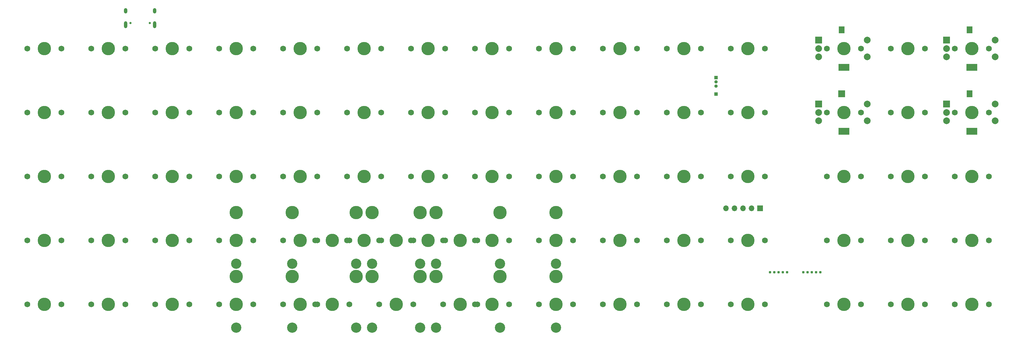
<source format=gbr>
%TF.GenerationSoftware,KiCad,Pcbnew,7.0.9*%
%TF.CreationDate,2024-01-06T12:55:01+01:00*%
%TF.ProjectId,rp2040,72703230-3430-42e6-9b69-6361645f7063,Rev1.0*%
%TF.SameCoordinates,Original*%
%TF.FileFunction,Soldermask,Top*%
%TF.FilePolarity,Negative*%
%FSLAX46Y46*%
G04 Gerber Fmt 4.6, Leading zero omitted, Abs format (unit mm)*
G04 Created by KiCad (PCBNEW 7.0.9) date 2024-01-06 12:55:01*
%MOMM*%
%LPD*%
G01*
G04 APERTURE LIST*
%ADD10C,1.750000*%
%ADD11C,3.987800*%
%ADD12C,3.048000*%
%ADD13C,2.000000*%
%ADD14R,2.000000X2.000000*%
%ADD15R,3.200000X2.000000*%
%ADD16R,1.800000X2.000000*%
%ADD17R,1.000000X1.000000*%
%ADD18O,1.000000X1.000000*%
%ADD19C,0.787400*%
%ADD20O,1.700000X1.700000*%
%ADD21R,1.700000X1.700000*%
%ADD22O,1.000000X2.100000*%
%ADD23O,1.000000X1.600000*%
%ADD24C,0.650000*%
G04 APERTURE END LIST*
D10*
%TO.C,SW_5*%
X106660000Y-54825000D03*
D11*
X101580000Y-54825000D03*
D10*
X96500000Y-54825000D03*
%TD*%
%TO.C,SW16*%
X87610000Y-111975000D03*
D11*
X82530000Y-111975000D03*
D10*
X77450000Y-111975000D03*
%TD*%
%TO.C,SW19*%
X106660000Y-92925000D03*
D11*
X101580000Y-92925000D03*
D10*
X96500000Y-92925000D03*
%TD*%
D12*
%TO.C,REF\u002A\u002A*%
X177780000Y-138010000D03*
D11*
X177780000Y-122770000D03*
D12*
X82530000Y-138010000D03*
D11*
X82530000Y-122770000D03*
%TD*%
D10*
%TO.C,SW_2*%
X49510000Y-54825000D03*
D11*
X44430000Y-54825000D03*
D10*
X39350000Y-54825000D03*
%TD*%
%TO.C,SW_15*%
X306685000Y-54825000D03*
D11*
X301605000Y-54825000D03*
D10*
X296525000Y-54825000D03*
%TD*%
%TO.C,SW55*%
X287635000Y-92925000D03*
D11*
X282555000Y-92925000D03*
D10*
X277475000Y-92925000D03*
%TD*%
%TO.C,SW17*%
X87610000Y-131025000D03*
D11*
X82530000Y-131025000D03*
D10*
X77450000Y-131025000D03*
%TD*%
%TO.C,SW59*%
X306685000Y-92925000D03*
D11*
X301605000Y-92925000D03*
D10*
X296525000Y-92925000D03*
%TD*%
D13*
%TO.C,SWrot_1_1*%
X308605000Y-71375000D03*
X308605000Y-76375000D03*
X294105000Y-73875000D03*
X294105000Y-76375000D03*
D14*
X294105000Y-71375000D03*
D15*
X301605000Y-79475000D03*
D16*
X301005000Y-68275000D03*
%TD*%
D10*
%TO.C,SW_1*%
X30460000Y-54825000D03*
D11*
X25380000Y-54825000D03*
D10*
X20300000Y-54825000D03*
%TD*%
%TO.C,SW8*%
X49510000Y-131025000D03*
D11*
X44430000Y-131025000D03*
D10*
X39350000Y-131025000D03*
%TD*%
%TO.C,SW_4*%
X87610000Y-54825000D03*
D11*
X82530000Y-54825000D03*
D10*
X77450000Y-54825000D03*
%TD*%
%TO.C,SW52*%
X268585000Y-111975000D03*
D11*
X263505000Y-111975000D03*
D10*
X258425000Y-111975000D03*
%TD*%
%TO.C,SW_10*%
X201910000Y-54825000D03*
D11*
X196830000Y-54825000D03*
D10*
X191750000Y-54825000D03*
%TD*%
D12*
%TO.C,REF\u002A\u002A*%
X123011250Y-118960000D03*
D11*
X123011250Y-103720000D03*
D12*
X99198750Y-118960000D03*
D11*
X99198750Y-103720000D03*
%TD*%
D17*
%TO.C,J4*%
X225420000Y-68360000D03*
%TD*%
D12*
%TO.C,REF\u002A\u002A*%
X161111250Y-138010000D03*
D11*
X161111250Y-122770000D03*
D12*
X137298750Y-138010000D03*
D11*
X137298750Y-122770000D03*
%TD*%
D10*
%TO.C,SW54*%
X287635000Y-73875000D03*
D11*
X282555000Y-73875000D03*
D10*
X277475000Y-73875000D03*
%TD*%
%TO.C,SW27*%
X144760000Y-92925000D03*
D11*
X139680000Y-92925000D03*
D10*
X134600000Y-92925000D03*
%TD*%
%TO.C,SW18*%
X106660000Y-73875000D03*
D11*
X101580000Y-73875000D03*
D10*
X96500000Y-73875000D03*
%TD*%
%TO.C,SW61*%
X306685000Y-131025000D03*
D11*
X301605000Y-131025000D03*
D10*
X296525000Y-131025000D03*
%TD*%
%TO.C,SW29*%
X135235000Y-131025000D03*
D11*
X130155000Y-131025000D03*
D10*
X125075000Y-131025000D03*
%TD*%
%TO.C,SW53*%
X268585000Y-131025000D03*
D11*
X263505000Y-131025000D03*
D10*
X258425000Y-131025000D03*
%TD*%
%TO.C,SW49*%
X240010000Y-131025000D03*
D11*
X234930000Y-131025000D03*
D10*
X229850000Y-131025000D03*
%TD*%
%TO.C,SW43*%
X220960000Y-92925000D03*
D11*
X215880000Y-92925000D03*
D10*
X210800000Y-92925000D03*
%TD*%
%TO.C,SW40*%
X201910000Y-111975000D03*
D11*
X196830000Y-111975000D03*
D10*
X191750000Y-111975000D03*
%TD*%
%TO.C,SW26*%
X144760000Y-73875000D03*
D11*
X139680000Y-73875000D03*
D10*
X134600000Y-73875000D03*
%TD*%
%TO.C,SW29_3*%
X144125000Y-111975000D03*
D11*
X149205000Y-111975000D03*
D10*
X154285000Y-111975000D03*
%TD*%
%TO.C,SW_8*%
X163810000Y-54825000D03*
D11*
X158730000Y-54825000D03*
D10*
X153650000Y-54825000D03*
%TD*%
%TO.C,SW56*%
X287635000Y-111975000D03*
D11*
X282555000Y-111975000D03*
D10*
X277475000Y-111975000D03*
%TD*%
%TO.C,SW14*%
X87610000Y-73875000D03*
D11*
X82530000Y-73875000D03*
D10*
X77450000Y-73875000D03*
%TD*%
%TO.C,SW33*%
X163810000Y-131025000D03*
D11*
X158730000Y-131025000D03*
D10*
X153650000Y-131025000D03*
%TD*%
%TO.C,SW_6*%
X125710000Y-54825000D03*
D11*
X120630000Y-54825000D03*
D10*
X115550000Y-54825000D03*
%TD*%
%TO.C,SW60*%
X306685000Y-111975000D03*
D11*
X301605000Y-111975000D03*
D10*
X296525000Y-111975000D03*
%TD*%
%TO.C,SW34*%
X182860000Y-73875000D03*
D11*
X177780000Y-73875000D03*
D10*
X172700000Y-73875000D03*
%TD*%
%TO.C,SW29_2*%
X135235000Y-111975000D03*
D11*
X130155000Y-111975000D03*
D10*
X125075000Y-111975000D03*
%TD*%
%TO.C,SW_9*%
X182860000Y-54825000D03*
D11*
X177780000Y-54825000D03*
D10*
X172700000Y-54825000D03*
%TD*%
%TO.C,SW47*%
X240010000Y-92925000D03*
D11*
X234930000Y-92925000D03*
D10*
X229850000Y-92925000D03*
%TD*%
%TO.C,SW51*%
X268585000Y-92925000D03*
D11*
X263505000Y-92925000D03*
D10*
X258425000Y-92925000D03*
%TD*%
%TO.C,SW29_1*%
X144125000Y-131025000D03*
D11*
X149205000Y-131025000D03*
D10*
X154285000Y-131025000D03*
%TD*%
%TO.C,SW1*%
X30460000Y-73875000D03*
D11*
X25380000Y-73875000D03*
D10*
X20300000Y-73875000D03*
%TD*%
%TO.C,SW22*%
X125710000Y-73875000D03*
D11*
X120630000Y-73875000D03*
D10*
X115550000Y-73875000D03*
%TD*%
%TO.C,SW36*%
X182860000Y-111975000D03*
D11*
X177780000Y-111975000D03*
D10*
X172700000Y-111975000D03*
%TD*%
%TO.C,SW7*%
X49510000Y-111975000D03*
D11*
X44430000Y-111975000D03*
D10*
X39350000Y-111975000D03*
%TD*%
%TO.C,SW_13*%
X268585000Y-54825000D03*
D11*
X263505000Y-54825000D03*
D10*
X258425000Y-54825000D03*
%TD*%
%TO.C,SW45*%
X220960000Y-131025000D03*
D11*
X215880000Y-131025000D03*
D10*
X210800000Y-131025000D03*
%TD*%
%TO.C,SW23*%
X125710000Y-92925000D03*
D11*
X120630000Y-92925000D03*
D10*
X115550000Y-92925000D03*
%TD*%
D12*
%TO.C,REF\u002A\u002A*%
X142061250Y-118960000D03*
D11*
X142061250Y-103720000D03*
D12*
X118248750Y-118960000D03*
D11*
X118248750Y-103720000D03*
%TD*%
D10*
%TO.C,SW35*%
X182860000Y-92925000D03*
D11*
X177780000Y-92925000D03*
D10*
X172700000Y-92925000D03*
%TD*%
%TO.C,SW24*%
X125710000Y-111975000D03*
D11*
X120630000Y-111975000D03*
D10*
X115550000Y-111975000D03*
%TD*%
%TO.C,SW46*%
X240010000Y-73875000D03*
D11*
X234930000Y-73875000D03*
D10*
X229850000Y-73875000D03*
%TD*%
%TO.C,SW30*%
X163810000Y-73875000D03*
D11*
X158730000Y-73875000D03*
D10*
X153650000Y-73875000D03*
%TD*%
%TO.C,SW6*%
X49510000Y-92925000D03*
D11*
X44430000Y-92925000D03*
D10*
X39350000Y-92925000D03*
%TD*%
%TO.C,SW12*%
X68560000Y-131025000D03*
D11*
X63480000Y-131025000D03*
D10*
X58400000Y-131025000D03*
%TD*%
%TO.C,SW_12*%
X240010000Y-54825000D03*
D11*
X234930000Y-54825000D03*
D10*
X229850000Y-54825000D03*
%TD*%
%TO.C,SW9*%
X68560000Y-73875000D03*
D11*
X63480000Y-73875000D03*
D10*
X58400000Y-73875000D03*
%TD*%
%TO.C,SW31*%
X163810000Y-92925000D03*
D11*
X158730000Y-92925000D03*
D10*
X153650000Y-92925000D03*
%TD*%
%TO.C,SW_7*%
X144760000Y-54825000D03*
D11*
X139680000Y-54825000D03*
D10*
X134600000Y-54825000D03*
%TD*%
D18*
%TO.C,J2*%
X225410000Y-66040000D03*
X225410000Y-64770000D03*
D17*
X225410000Y-63500000D03*
%TD*%
D12*
%TO.C,REF\u002A\u002A*%
X161111250Y-118960000D03*
D11*
X161111250Y-103720000D03*
D12*
X137298750Y-118960000D03*
D11*
X137298750Y-103720000D03*
%TD*%
D10*
%TO.C,SW15*%
X87610000Y-92925000D03*
D11*
X82530000Y-92925000D03*
D10*
X77450000Y-92925000D03*
%TD*%
%TO.C,SW25*%
X106025000Y-131025000D03*
D11*
X111105000Y-131025000D03*
D10*
X116185000Y-131025000D03*
%TD*%
%TO.C,SW4*%
X30460000Y-131025000D03*
D11*
X25380000Y-131025000D03*
D10*
X20300000Y-131025000D03*
%TD*%
D12*
%TO.C,REF\u002A\u002A*%
X177780000Y-118960000D03*
D11*
X177780000Y-103720000D03*
D12*
X82530000Y-118960000D03*
D11*
X82530000Y-103720000D03*
%TD*%
D10*
%TO.C,SW28*%
X144760000Y-111975000D03*
D11*
X139680000Y-111975000D03*
D10*
X134600000Y-111975000D03*
%TD*%
%TO.C,SW5*%
X49510000Y-73875000D03*
D11*
X44430000Y-73875000D03*
D10*
X39350000Y-73875000D03*
%TD*%
%TO.C,SW37*%
X182860000Y-131025000D03*
D11*
X177780000Y-131025000D03*
D10*
X172700000Y-131025000D03*
%TD*%
%TO.C,SW42*%
X220960000Y-73875000D03*
D11*
X215880000Y-73875000D03*
D10*
X210800000Y-73875000D03*
%TD*%
%TO.C,SW11*%
X68560000Y-111975000D03*
D11*
X63480000Y-111975000D03*
D10*
X58400000Y-111975000D03*
%TD*%
%TO.C,SW58*%
X306685000Y-73875000D03*
D11*
X301605000Y-73875000D03*
D10*
X296525000Y-73875000D03*
%TD*%
%TO.C,SW3*%
X30460000Y-111975000D03*
D11*
X25380000Y-111975000D03*
D10*
X20300000Y-111975000D03*
%TD*%
%TO.C,SW39*%
X201910000Y-92925000D03*
D11*
X196830000Y-92925000D03*
D10*
X191750000Y-92925000D03*
%TD*%
D19*
%TO.C,REF\u002A\u002A*%
X251400000Y-121476000D03*
X252670000Y-121476000D03*
X253940000Y-121476000D03*
X255210000Y-121476000D03*
X256480000Y-121476000D03*
%TD*%
D10*
%TO.C,SW_3*%
X68560000Y-54825000D03*
D11*
X63480000Y-54825000D03*
D10*
X58400000Y-54825000D03*
%TD*%
%TO.C,SW21*%
X106660000Y-131025000D03*
D11*
X101580000Y-131025000D03*
D10*
X96500000Y-131025000D03*
%TD*%
D13*
%TO.C,SWrot_2_2*%
X270505000Y-52325000D03*
X270505000Y-57325000D03*
X256005000Y-54825000D03*
X256005000Y-57325000D03*
D14*
X256005000Y-52325000D03*
D15*
X263505000Y-60425000D03*
D16*
X262905000Y-49225000D03*
%TD*%
D10*
%TO.C,SW_14*%
X287635000Y-54825000D03*
D11*
X282555000Y-54825000D03*
D10*
X277475000Y-54825000D03*
%TD*%
%TO.C,SW38*%
X201910000Y-73875000D03*
D11*
X196830000Y-73875000D03*
D10*
X191750000Y-73875000D03*
%TD*%
D13*
%TO.C,SWrot_1*%
X308605000Y-52325000D03*
X308605000Y-57325000D03*
X294105000Y-54825000D03*
X294105000Y-57325000D03*
D14*
X294105000Y-52325000D03*
D15*
X301605000Y-60425000D03*
D16*
X301005000Y-49225000D03*
%TD*%
D10*
%TO.C,SW25_1*%
X106025000Y-111975000D03*
D11*
X111105000Y-111975000D03*
D10*
X116185000Y-111975000D03*
%TD*%
%TO.C,SW20*%
X106660000Y-111975000D03*
D11*
X101580000Y-111975000D03*
D10*
X96500000Y-111975000D03*
%TD*%
%TO.C,SW10*%
X68560000Y-92925000D03*
D11*
X63480000Y-92925000D03*
D10*
X58400000Y-92925000D03*
%TD*%
%TO.C,SW2*%
X30460000Y-92925000D03*
D11*
X25380000Y-92925000D03*
D10*
X20300000Y-92925000D03*
%TD*%
%TO.C,SW50*%
X268585000Y-73875000D03*
D11*
X263505000Y-73875000D03*
D10*
X258425000Y-73875000D03*
%TD*%
%TO.C,SW44*%
X220960000Y-111975000D03*
D11*
X215880000Y-111975000D03*
D10*
X210800000Y-111975000D03*
%TD*%
%TO.C,SW_11*%
X210800000Y-54825000D03*
D11*
X215880000Y-54825000D03*
D10*
X220960000Y-54825000D03*
%TD*%
D19*
%TO.C,REF\u002A\u002A*%
X241570000Y-121450000D03*
X242840000Y-121450000D03*
X244110000Y-121450000D03*
X245380000Y-121450000D03*
X246650000Y-121450000D03*
%TD*%
D10*
%TO.C,SW41*%
X201910000Y-131025000D03*
D11*
X196830000Y-131025000D03*
D10*
X191750000Y-131025000D03*
%TD*%
D12*
%TO.C,REF\u002A\u002A*%
X142061250Y-138010000D03*
D11*
X142061250Y-122770000D03*
D12*
X118248750Y-138010000D03*
D11*
X118248750Y-122770000D03*
%TD*%
D13*
%TO.C,SWrot_2*%
X270505000Y-71375000D03*
X270505000Y-76375000D03*
X256005000Y-73875000D03*
X256005000Y-76375000D03*
D14*
X256005000Y-71375000D03*
D15*
X263505000Y-79475000D03*
D14*
X262905000Y-68275000D03*
%TD*%
D12*
%TO.C,REF\u002A\u002A*%
X123011250Y-138010000D03*
D11*
X123011250Y-122770000D03*
D12*
X99198750Y-138010000D03*
D11*
X99198750Y-122770000D03*
%TD*%
D10*
%TO.C,SW32*%
X163810000Y-111975000D03*
D11*
X158730000Y-111975000D03*
D10*
X153650000Y-111975000D03*
%TD*%
%TO.C,SW48*%
X240010000Y-111975000D03*
D11*
X234930000Y-111975000D03*
D10*
X229850000Y-111975000D03*
%TD*%
%TO.C,SW57*%
X287635000Y-131025000D03*
D11*
X282555000Y-131025000D03*
D10*
X277475000Y-131025000D03*
%TD*%
D20*
%TO.C,J1*%
X228440000Y-102425000D03*
X230980000Y-102425000D03*
X233520000Y-102425000D03*
X236060000Y-102425000D03*
D21*
X238600000Y-102425000D03*
%TD*%
D22*
%TO.C,J0*%
X58250000Y-47760000D03*
D23*
X58250000Y-43580000D03*
D22*
X49610000Y-47760000D03*
D23*
X49610000Y-43580000D03*
D24*
X56820000Y-47230000D03*
X51040000Y-47230000D03*
%TD*%
M02*

</source>
